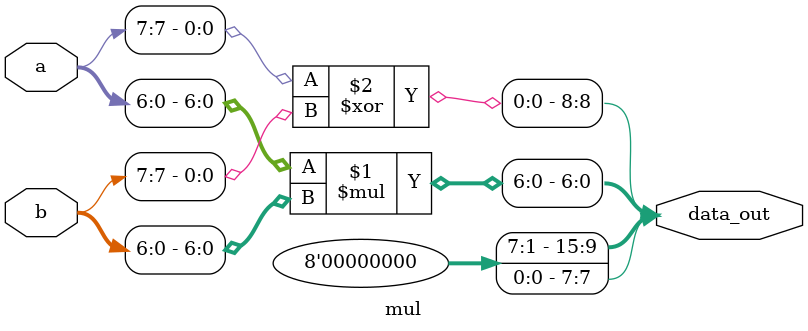
<source format=v>
/*
@AUTHOR     Huangjunguang;
@EMAIL      huangjunguang@seu.edu.cn
@TIME&LOG   2020-05-21 - create - Huangjunguang
            Initial Commit
            2021-09-11 - modify - wzx
            Add en annotations
@MODULE     mul
@SUBMODULE  
@FUNC       8bits multiplier
*/
module mul (
    input  [ 7:0] a,
    input  [ 7:0] b,
    output [15:0] data_out
);

    assign data_out = {a[7] ^ b[7], 1'b0, a[6:0] * b[6:0]};
endmodule

</source>
